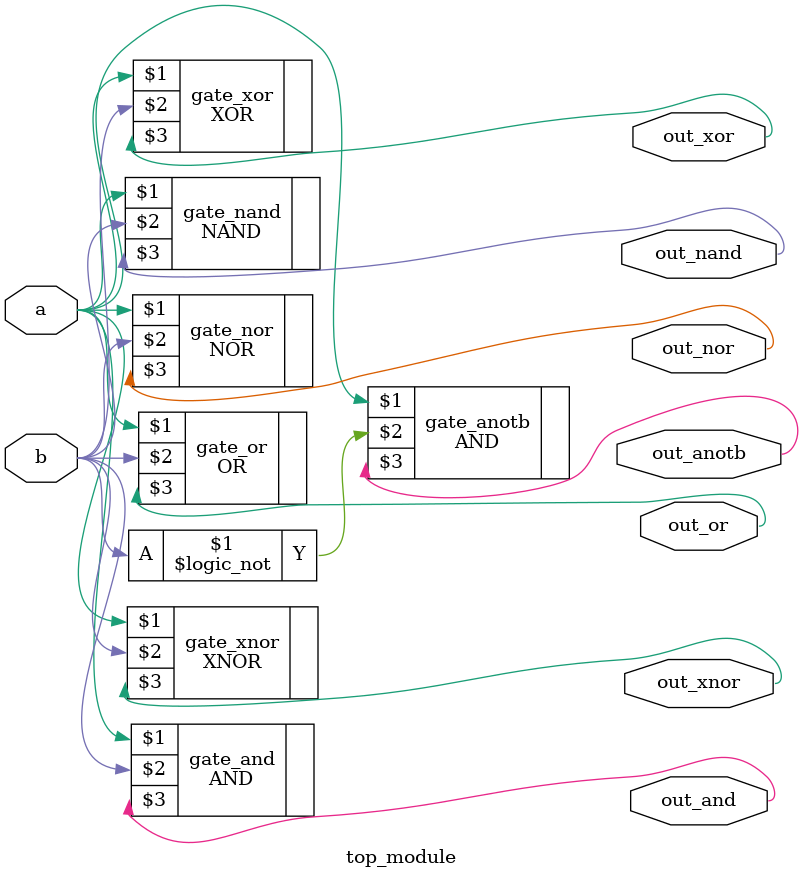
<source format=v>
module top_module( 
    input a, b,
    output out_and,
    output out_or,
    output out_xor,
    output out_nand,
    output out_nor,
    output out_xnor,
    output out_anotb
);

    // Create the logic gates
    AND gate_and (a, b, out_and);
    OR gate_or (a, b, out_or);
    XOR gate_xor (a, b, out_xor);
    NAND gate_nand (a, b, out_nand);
    NOR gate_nor (a, b, out_nor);
    XNOR gate_xnor (a, b, out_xnor);
    AND gate_anotb (a, !b, out_anotb);

endmodule
</source>
